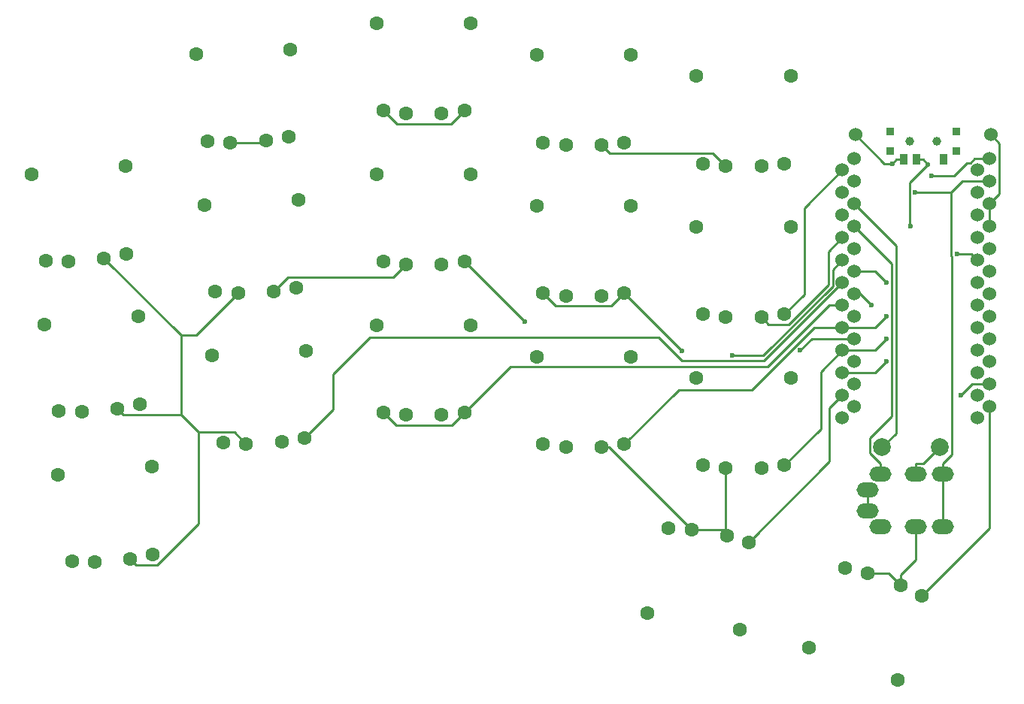
<source format=gbl>
G04 #@! TF.GenerationSoftware,KiCad,Pcbnew,5.1.6*
G04 #@! TF.CreationDate,2020-09-30T09:09:17+01:00*
G04 #@! TF.ProjectId,cradio,63726164-696f-42e6-9b69-6361645f7063,2.1*
G04 #@! TF.SameCoordinates,Original*
G04 #@! TF.FileFunction,Copper,L2,Bot*
G04 #@! TF.FilePolarity,Positive*
%FSLAX46Y46*%
G04 Gerber Fmt 4.6, Leading zero omitted, Abs format (unit mm)*
G04 Created by KiCad (PCBNEW 5.1.6) date 2020-09-30 09:09:17*
%MOMM*%
%LPD*%
G01*
G04 APERTURE LIST*
G04 #@! TA.AperFunction,ComponentPad*
%ADD10C,1.524000*%
G04 #@! TD*
G04 #@! TA.AperFunction,SMDPad,CuDef*
%ADD11R,0.900000X1.250000*%
G04 #@! TD*
G04 #@! TA.AperFunction,SMDPad,CuDef*
%ADD12R,0.900000X0.900000*%
G04 #@! TD*
G04 #@! TA.AperFunction,WasherPad*
%ADD13C,1.000000*%
G04 #@! TD*
G04 #@! TA.AperFunction,ComponentPad*
%ADD14C,1.600000*%
G04 #@! TD*
G04 #@! TA.AperFunction,ComponentPad*
%ADD15C,2.000000*%
G04 #@! TD*
G04 #@! TA.AperFunction,ComponentPad*
%ADD16O,2.500000X1.700000*%
G04 #@! TD*
G04 #@! TA.AperFunction,ViaPad*
%ADD17C,0.600000*%
G04 #@! TD*
G04 #@! TA.AperFunction,Conductor*
%ADD18C,0.250000*%
G04 #@! TD*
G04 APERTURE END LIST*
D10*
X142370000Y-36742000D03*
X142370000Y-39282000D03*
X142370000Y-41822000D03*
X142370000Y-44362000D03*
X142370000Y-46902000D03*
X142370000Y-49442000D03*
X142370000Y-51982000D03*
X142370000Y-54522000D03*
X142370000Y-57062000D03*
X142370000Y-59602000D03*
X142370000Y-62142000D03*
X142370000Y-64682000D03*
X127130000Y-64682000D03*
X127130000Y-62142000D03*
X127130000Y-59602000D03*
X127130000Y-57062000D03*
X127130000Y-54522000D03*
X127130000Y-51982000D03*
X127130000Y-49442000D03*
X127130000Y-46902000D03*
X127130000Y-44362000D03*
X127130000Y-41822000D03*
X127130000Y-39282000D03*
X127130000Y-36742000D03*
X143676400Y-35472000D03*
X143676400Y-38012000D03*
X143676400Y-40552000D03*
X143676400Y-43092000D03*
X143676400Y-45632000D03*
X143676400Y-48172000D03*
X143676400Y-50712000D03*
X143676400Y-53252000D03*
X143676400Y-55792000D03*
X143676400Y-58332000D03*
X143676400Y-60872000D03*
X143676400Y-63412000D03*
X128456400Y-63412000D03*
X128456400Y-60872000D03*
X128456400Y-58332000D03*
X128456400Y-55792000D03*
X128456400Y-53252000D03*
X128456400Y-50712000D03*
X128456400Y-48172000D03*
X128456400Y-45632000D03*
X128456400Y-43092000D03*
X128456400Y-40552000D03*
X128456400Y-38012000D03*
X128456400Y-35472000D03*
X143816400Y-32792000D03*
X128596400Y-32792000D03*
D11*
X135500000Y-35575000D03*
X134000000Y-35575000D03*
X138500000Y-35575000D03*
D12*
X139950000Y-32400000D03*
X139950000Y-34600000D03*
X132540000Y-32400000D03*
X132540000Y-34600000D03*
D13*
X134740000Y-33500000D03*
X137740000Y-33500000D03*
D14*
X116596025Y-78702789D03*
X110168085Y-77264742D03*
X107575186Y-77112172D03*
X114107316Y-77959334D03*
X115594652Y-88528172D03*
X105155690Y-86687501D03*
X120580000Y-70020000D03*
X114000000Y-70320000D03*
X111420000Y-70020000D03*
X118000000Y-70320000D03*
X121300000Y-60170000D03*
X110700000Y-60170000D03*
X136028095Y-84734020D03*
X129947524Y-82201620D03*
X127420511Y-81601115D03*
X133706294Y-83569700D03*
X133335775Y-94236247D03*
X123375033Y-90610833D03*
X102580000Y-67645000D03*
X96000000Y-67945000D03*
X93420000Y-67645000D03*
X100000000Y-67945000D03*
X103300000Y-57795000D03*
X92700000Y-57795000D03*
X84580000Y-64070000D03*
X78000000Y-64370000D03*
X75420000Y-64070000D03*
X82000000Y-64370000D03*
X85300000Y-54220000D03*
X74700000Y-54220000D03*
X66536937Y-66975112D03*
X59981655Y-67619071D03*
X57389490Y-67454509D03*
X63976173Y-67409728D03*
X66740441Y-57100929D03*
X56154968Y-57655690D03*
X49477966Y-80066220D03*
X42949152Y-80938563D03*
X40352823Y-80864566D03*
X46933930Y-80589940D03*
X49336742Y-70190950D03*
X38777078Y-71114801D03*
X120580000Y-53020000D03*
X114000000Y-53320000D03*
X111420000Y-53020000D03*
X118000000Y-53320000D03*
X121300000Y-43170000D03*
X110700000Y-43170000D03*
X102580000Y-50640000D03*
X96000000Y-50940000D03*
X93420000Y-50640000D03*
X100000000Y-50940000D03*
X103300000Y-40790000D03*
X92700000Y-40790000D03*
X84580000Y-47070000D03*
X78000000Y-47370000D03*
X75420000Y-47070000D03*
X82000000Y-47370000D03*
X85300000Y-37220000D03*
X74700000Y-37220000D03*
X65646937Y-49993412D03*
X59091655Y-50637371D03*
X56499490Y-50472809D03*
X63086173Y-50428028D03*
X65850441Y-40119229D03*
X55264968Y-40673990D03*
X47995866Y-63125920D03*
X41467052Y-63998263D03*
X38870723Y-63924266D03*
X45451830Y-63649640D03*
X47854642Y-53250650D03*
X37294978Y-54174501D03*
X120580000Y-36020000D03*
X114000000Y-36320000D03*
X111420000Y-36020000D03*
X118000000Y-36320000D03*
X121300000Y-26170000D03*
X110700000Y-26170000D03*
X102580000Y-33640000D03*
X96000000Y-33940000D03*
X93420000Y-33640000D03*
X100000000Y-33940000D03*
X103300000Y-23790000D03*
X92700000Y-23790000D03*
X84580000Y-30080000D03*
X78000000Y-30380000D03*
X75420000Y-30080000D03*
X82000000Y-30380000D03*
X85300000Y-20230000D03*
X74700000Y-20230000D03*
X46514166Y-46190620D03*
X39985352Y-47062963D03*
X37389023Y-46988966D03*
X43970130Y-46714340D03*
X46372942Y-36315350D03*
X35813278Y-37239201D03*
X64757237Y-33016712D03*
X58201955Y-33660671D03*
X55609790Y-33496109D03*
X62196473Y-33451328D03*
X64960741Y-23142529D03*
X54375268Y-23697290D03*
D15*
X138090000Y-68010000D03*
X131590000Y-68010000D03*
D16*
X129932000Y-72760000D03*
X131432000Y-76960000D03*
X135432000Y-76960000D03*
X138432000Y-76960000D03*
X135432000Y-71010000D03*
X138432000Y-71010000D03*
X129932000Y-75210000D03*
X131432000Y-71010000D03*
D17*
X132780000Y-36010000D03*
X132053800Y-53252000D03*
X132053800Y-55792000D03*
X132053800Y-58332000D03*
X140035300Y-46185700D03*
X136730000Y-36110000D03*
X134768000Y-43092000D03*
X132053800Y-49442000D03*
X130390000Y-51982000D03*
X122384100Y-57076500D03*
X137210000Y-37370000D03*
X135318000Y-39282000D03*
X114697500Y-57623100D03*
X91369700Y-53859700D03*
X109077000Y-57137000D03*
X140439900Y-62142000D03*
D18*
X132780000Y-36010000D02*
X132780000Y-36070000D01*
X133215000Y-35575000D02*
X132780000Y-36010000D01*
X134000000Y-35575000D02*
X133215000Y-35575000D01*
X131814400Y-36010000D02*
X128596400Y-32792000D01*
X132780000Y-36010000D02*
X131814400Y-36010000D01*
X127130000Y-51982000D02*
X125681400Y-51982000D01*
X125681400Y-51982000D02*
X118739500Y-58923900D01*
X118739500Y-58923900D02*
X89726100Y-58923900D01*
X89726100Y-58923900D02*
X84580000Y-64070000D01*
X75420000Y-64070000D02*
X76874600Y-65524600D01*
X76874600Y-65524600D02*
X83125400Y-65524600D01*
X83125400Y-65524600D02*
X84580000Y-64070000D01*
X102580000Y-67645000D02*
X108680400Y-61544600D01*
X108680400Y-61544600D02*
X116954500Y-61544600D01*
X116954500Y-61544600D02*
X123977100Y-54522000D01*
X123977100Y-54522000D02*
X127130000Y-54522000D01*
X127130000Y-54522000D02*
X130783800Y-54522000D01*
X130783800Y-54522000D02*
X132053800Y-53252000D01*
X127130000Y-57062000D02*
X124695300Y-59496700D01*
X124695300Y-59496700D02*
X124695300Y-65904700D01*
X124695300Y-65904700D02*
X120580000Y-70020000D01*
X132053800Y-55792000D02*
X130783800Y-57062000D01*
X130783800Y-57062000D02*
X127130000Y-57062000D01*
X132053800Y-58332000D02*
X130783800Y-59602000D01*
X130783800Y-59602000D02*
X127130000Y-59602000D01*
X140035300Y-46185700D02*
X141653700Y-46185700D01*
X141653700Y-46185700D02*
X142370000Y-46902000D01*
X110168100Y-77264700D02*
X100848400Y-67945000D01*
X100848400Y-67945000D02*
X100000000Y-67945000D01*
X114000000Y-77264700D02*
X110168100Y-77264700D01*
X118000000Y-53320000D02*
X118834500Y-54154500D01*
X118834500Y-54154500D02*
X121066900Y-54154500D01*
X121066900Y-54154500D02*
X125531100Y-49690300D01*
X125531100Y-49690300D02*
X125531100Y-45960900D01*
X125531100Y-45960900D02*
X127130000Y-44362000D01*
X54638200Y-66311200D02*
X52642000Y-64315000D01*
X59981700Y-67619100D02*
X58673800Y-66311200D01*
X58673800Y-66311200D02*
X54638200Y-66311200D01*
X54638200Y-66311200D02*
X54638200Y-76571200D01*
X54638200Y-76571200D02*
X49970100Y-81239300D01*
X49970100Y-81239300D02*
X47583300Y-81239300D01*
X47583300Y-81239300D02*
X46933900Y-80589900D01*
X114000000Y-36320000D02*
X112542700Y-34862700D01*
X112542700Y-34862700D02*
X100922700Y-34862700D01*
X100922700Y-34862700D02*
X100000000Y-33940000D01*
X130190200Y-82384300D02*
X129977500Y-82171600D01*
X135432000Y-76960000D02*
X135432000Y-80688600D01*
X135432000Y-80688600D02*
X133736300Y-82384300D01*
X133736300Y-82384300D02*
X133736300Y-83539700D01*
X52642000Y-55386200D02*
X43970100Y-46714300D01*
X52642000Y-64315000D02*
X52642000Y-55386200D01*
X52642000Y-55386200D02*
X54342900Y-55386200D01*
X54342900Y-55386200D02*
X59091700Y-50637400D01*
X52642000Y-64315000D02*
X46117200Y-64315000D01*
X46117200Y-64315000D02*
X45451800Y-63649600D01*
X114000000Y-77264700D02*
X114000000Y-77852000D01*
X114000000Y-77852000D02*
X114107300Y-77959300D01*
X114000000Y-70320000D02*
X114000000Y-77264700D01*
X63086200Y-50428000D02*
X64668300Y-48845900D01*
X64668300Y-48845900D02*
X76524100Y-48845900D01*
X76524100Y-48845900D02*
X78000000Y-47370000D01*
X58202000Y-33660700D02*
X61987100Y-33660700D01*
X61987100Y-33660700D02*
X62196500Y-33451300D01*
X143676400Y-43092000D02*
X143676400Y-40552000D01*
X135432000Y-71010000D02*
X135432000Y-69834700D01*
X135432000Y-69834700D02*
X136265300Y-69834700D01*
X136265300Y-69834700D02*
X138090000Y-68010000D01*
X144763401Y-39464999D02*
X143676400Y-40552000D01*
X144763401Y-33739001D02*
X144763401Y-39464999D01*
X143816400Y-32792000D02*
X144763401Y-33739001D01*
X132338214Y-82201620D02*
X133706294Y-83569700D01*
X129947524Y-82201620D02*
X132338214Y-82201620D01*
X136730000Y-36110000D02*
X134692999Y-38147001D01*
X136195000Y-35575000D02*
X136730000Y-36110000D01*
X135500000Y-35575000D02*
X136195000Y-35575000D01*
X128456400Y-43092000D02*
X132679200Y-47314800D01*
X132679200Y-47314800D02*
X132679200Y-64506100D01*
X132679200Y-64506100D02*
X130257700Y-66927600D01*
X130257700Y-66927600D02*
X130257700Y-68660400D01*
X130257700Y-68660400D02*
X131432000Y-69834700D01*
X131432000Y-71010000D02*
X131432000Y-69834700D01*
X134692999Y-43016999D02*
X134768000Y-43092000D01*
X134692999Y-38147001D02*
X134692999Y-43016999D01*
X128456400Y-48172000D02*
X130783800Y-48172000D01*
X130783800Y-48172000D02*
X132053800Y-49442000D01*
X128456400Y-50712000D02*
X129120000Y-50712000D01*
X129120000Y-50712000D02*
X130390000Y-51982000D01*
X75420000Y-30080000D02*
X76928300Y-31588300D01*
X76928300Y-31588300D02*
X83071700Y-31588300D01*
X83071700Y-31588300D02*
X84580000Y-30080000D01*
X128456400Y-55792000D02*
X123668600Y-55792000D01*
X123668600Y-55792000D02*
X122384100Y-57076500D01*
X120580000Y-53020000D02*
X122829600Y-50770400D01*
X122829600Y-50770400D02*
X122829600Y-41042400D01*
X122829600Y-41042400D02*
X127130000Y-36742000D01*
X137210000Y-37370000D02*
X139720000Y-37370000D01*
X142031238Y-35472000D02*
X143676400Y-35472000D01*
X141543238Y-35960000D02*
X142031238Y-35472000D01*
X141130000Y-35960000D02*
X141543238Y-35960000D01*
X139720000Y-37370000D02*
X141130000Y-35960000D01*
X143676400Y-38012000D02*
X140680000Y-38012000D01*
X140680000Y-38012000D02*
X139410000Y-39282000D01*
X139410000Y-39282000D02*
X139410000Y-46444700D01*
X139410000Y-46444700D02*
X139426800Y-46461500D01*
X139426800Y-46461500D02*
X139426800Y-68839900D01*
X139426800Y-68839900D02*
X138432000Y-69834700D01*
X138432000Y-71010000D02*
X138432000Y-69834700D01*
X138432000Y-76960000D02*
X138432000Y-71010000D01*
X139410000Y-39282000D02*
X135318000Y-39282000D01*
X131590000Y-68010000D02*
X133154100Y-66445900D01*
X133154100Y-66445900D02*
X133154100Y-45249700D01*
X133154100Y-45249700D02*
X128456400Y-40552000D01*
X127130000Y-49442000D02*
X118304400Y-58267600D01*
X118304400Y-58267600D02*
X109078500Y-58267600D01*
X109078500Y-58267600D02*
X106396600Y-55585700D01*
X106396600Y-55585700D02*
X73899400Y-55585700D01*
X73899400Y-55585700D02*
X69759100Y-59726000D01*
X69759100Y-59726000D02*
X69759100Y-63752900D01*
X69759100Y-63752900D02*
X66536900Y-66975100D01*
X127130000Y-46902000D02*
X126042600Y-47989400D01*
X126042600Y-47989400D02*
X126042600Y-49815700D01*
X126042600Y-49815700D02*
X118235200Y-57623100D01*
X118235200Y-57623100D02*
X114697500Y-57623100D01*
X84580000Y-47070000D02*
X91369700Y-53859700D01*
X102580000Y-50640000D02*
X109077000Y-57137000D01*
X93420000Y-50640000D02*
X94859500Y-52079500D01*
X94859500Y-52079500D02*
X101140500Y-52079500D01*
X101140500Y-52079500D02*
X102580000Y-50640000D01*
X136058100Y-84704000D02*
X143676400Y-77085700D01*
X143676400Y-77085700D02*
X143676400Y-63412000D01*
X116596000Y-78702800D02*
X125677400Y-69621400D01*
X125677400Y-69621400D02*
X125677400Y-63594600D01*
X125677400Y-63594600D02*
X127130000Y-62142000D01*
X143676400Y-60872000D02*
X141709900Y-60872000D01*
X141709900Y-60872000D02*
X140439900Y-62142000D01*
X129932000Y-75210000D02*
X129932000Y-72760000D01*
M02*

</source>
